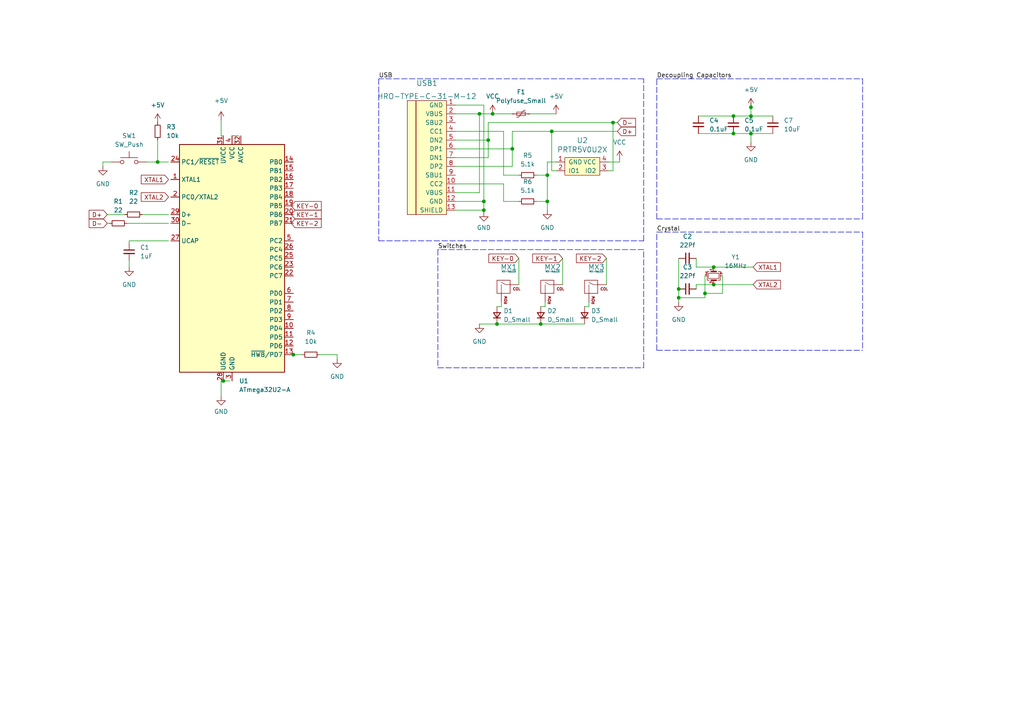
<source format=kicad_sch>
(kicad_sch (version 20211123) (generator eeschema)
  (paper "A4")
  (lib_symbols
    (symbol "Device:C_Small" (pin_numbers hide) (pin_names (offset 0.254) hide)
      (property "Reference" "C" (at 0.254 1.778 0))
      (property "Value" "C_Small" (at 0.254 -2.032 0))
      (symbol "C_Small_0_1"
        (polyline (pts (xy -1.524 -0.508) (xy 1.524 -0.508)) (stroke (width 0.3302)))
        (polyline (pts (xy -1.524 0.508) (xy 1.524 0.508)) (stroke (width 0.3048)))
      )
      (symbol "C_Small_1_1"
        (pin passive line (at 0 2.54 270) (length 2.032) (name "~") (number "1"))
        (pin passive line (at 0 -2.54 90) (length 2.032) (name "~") (number "2"))
      )
    )
    (symbol "Device:Crystal_GND24_Small" (pin_names (offset 1.016) hide)
      (property "Reference" "Y" (at 1.27 4.445 0))
      (property "Value" "Crystal_GND24_Small" (at 1.27 2.54 0))
      (symbol "Crystal_GND24_Small_0_1"
        (rectangle (start -0.762 -1.524) (end 0.762 1.524))
        (polyline (pts (xy -1.27 -0.762) (xy -1.27 0.762)) (stroke (width 0.381)))
        (polyline (pts (xy 1.27 -0.762) (xy 1.27 0.762)) (stroke (width 0.381)))
        (polyline (pts (xy -1.27 -1.27) (xy -1.27 -1.905) (xy 1.27 -1.905) (xy 1.27 -1.27)))
        (polyline (pts (xy -1.27 1.27) (xy -1.27 1.905) (xy 1.27 1.905) (xy 1.27 1.27)))
      )
      (symbol "Crystal_GND24_Small_1_1"
        (pin passive line (at -2.54 0 0) (length 1.27) (name "1") (number "1"))
        (pin passive line (at 0 -2.54 90) (length 0.635) (name "2") (number "2"))
        (pin passive line (at 2.54 0 180) (length 1.27) (name "3") (number "3"))
        (pin passive line (at 0 2.54 270) (length 0.635) (name "4") (number "4"))
      )
    )
    (symbol "Device:D_Small" (pin_numbers hide) (pin_names (offset 0.254) hide)
      (property "Reference" "D" (at -1.27 2.032 0))
      (property "Value" "D_Small" (at -3.81 -2.032 0))
      (symbol "D_Small_0_1"
        (polyline (pts (xy -0.762 -1.016) (xy -0.762 1.016)) (stroke (width 0.254)))
        (polyline (pts (xy -0.762 0) (xy 0.762 0)))
        (polyline (pts (xy 0.762 -1.016) (xy -0.762 0) (xy 0.762 1.016) (xy 0.762 -1.016)) (stroke (width 0.254)))
      )
      (symbol "D_Small_1_1"
        (pin passive line (at -2.54 0 0) (length 1.778) (name "K") (number "1"))
        (pin passive line (at 2.54 0 180) (length 1.778) (name "A") (number "2"))
      )
    )
    (symbol "Device:Polyfuse_Small" (pin_numbers hide) (pin_names (offset 0))
      (property "Reference" "F" (at -1.905 0 90))
      (property "Value" "Polyfuse_Small" (at 1.905 0 90))
      (symbol "Polyfuse_Small_0_1"
        (rectangle (start -0.508 1.27) (end 0.508 -1.27))
        (polyline (pts (xy 0 2.54) (xy 0 -2.54)))
        (polyline (pts (xy -1.016 1.27) (xy -1.016 0.762) (xy 1.016 -0.762) (xy 1.016 -1.27)))
      )
      (symbol "Polyfuse_Small_1_1"
        (pin passive line (at 0 2.54 270) (length 0.635) (name "~") (number "1"))
        (pin passive line (at 0 -2.54 90) (length 0.635) (name "~") (number "2"))
      )
    )
    (symbol "Device:R_Small" (pin_numbers hide) (pin_names (offset 0.254) hide)
      (property "Reference" "R" (at 0.762 0.508 0))
      (property "Value" "R_Small" (at 0.762 -1.016 0))
      (symbol "R_Small_0_1"
        (rectangle (start -0.762 1.778) (end 0.762 -1.778) (stroke (width 0.2032)))
      )
      (symbol "R_Small_1_1"
        (pin passive line (at 0 2.54 270) (length 0.762) (name "~") (number "1"))
        (pin passive line (at 0 -2.54 90) (length 0.762) (name "~") (number "2"))
      )
    )
    (symbol "MCU_Microchip_ATmega:ATmega32U2-A"
      (property "Reference" "U" (at -15.24 34.29 0))
      (property "Value" "ATmega32U2-A" (at 2.54 -34.29 0))
      (symbol "ATmega32U2-A_0_1"
        (rectangle (start -15.24 -33.02) (end 15.24 33.02) (stroke (width 0.254)) (fill (type background)))
      )
      (symbol "ATmega32U2-A_1_1"
        (pin input line (at -17.78 22.86 0) (length 2.54) (name "XTAL1") (number "1"))
        (pin bidirectional line (at 17.78 -20.32 180) (length 2.54) (name "PD4") (number "10"))
        (pin bidirectional line (at 17.78 -22.86 180) (length 2.54) (name "PD5") (number "11"))
        (pin bidirectional line (at 17.78 -25.4 180) (length 2.54) (name "PD6") (number "12"))
        (pin bidirectional line (at 17.78 -27.94 180) (length 2.54) (name "~{HWB}/PD7") (number "13"))
        (pin bidirectional line (at 17.78 27.94 180) (length 2.54) (name "PB0") (number "14"))
        (pin bidirectional line (at 17.78 25.4 180) (length 2.54) (name "PB1") (number "15"))
        (pin bidirectional line (at 17.78 22.86 180) (length 2.54) (name "PB2") (number "16"))
        (pin bidirectional line (at 17.78 20.32 180) (length 2.54) (name "PB3") (number "17"))
        (pin bidirectional line (at 17.78 17.78 180) (length 2.54) (name "PB4") (number "18"))
        (pin bidirectional line (at 17.78 15.24 180) (length 2.54) (name "PB5") (number "19"))
        (pin bidirectional line (at -17.78 17.78 0) (length 2.54) (name "PC0/XTAL2") (number "2"))
        (pin bidirectional line (at 17.78 12.7 180) (length 2.54) (name "PB6") (number "20"))
        (pin bidirectional line (at 17.78 10.16 180) (length 2.54) (name "PB7") (number "21"))
        (pin bidirectional line (at 17.78 -5.08 180) (length 2.54) (name "PC7") (number "22"))
        (pin bidirectional line (at 17.78 -2.54 180) (length 2.54) (name "PC6") (number "23"))
        (pin bidirectional line (at -17.78 27.94 0) (length 2.54) (name "PC1/~{RESET}") (number "24"))
        (pin bidirectional line (at 17.78 0 180) (length 2.54) (name "PC5") (number "25"))
        (pin bidirectional line (at 17.78 2.54 180) (length 2.54) (name "PC4") (number "26"))
        (pin passive line (at -17.78 5.08 0) (length 2.54) (name "UCAP") (number "27"))
        (pin power_in line (at -2.54 -35.56 90) (length 2.54) (name "UGND") (number "28"))
        (pin bidirectional line (at -17.78 12.7 0) (length 2.54) (name "D+") (number "29"))
        (pin power_in line (at 0 -35.56 90) (length 2.54) (name "GND") (number "3"))
        (pin bidirectional line (at -17.78 10.16 0) (length 2.54) (name "D-") (number "30"))
        (pin power_in line (at -2.54 35.56 270) (length 2.54) (name "UVCC") (number "31"))
        (pin power_in line (at 2.54 35.56 270) (length 2.54) (name "AVCC") (number "32"))
        (pin power_in line (at 0 35.56 270) (length 2.54) (name "VCC") (number "4"))
        (pin bidirectional line (at 17.78 5.08 180) (length 2.54) (name "PC2") (number "5"))
        (pin bidirectional line (at 17.78 -10.16 180) (length 2.54) (name "PD0") (number "6"))
        (pin bidirectional line (at 17.78 -12.7 180) (length 2.54) (name "PD1") (number "7"))
        (pin bidirectional line (at 17.78 -15.24 180) (length 2.54) (name "PD2") (number "8"))
        (pin bidirectional line (at 17.78 -17.78 180) (length 2.54) (name "PD3") (number "9"))
      )
    )
    (symbol "MX_Alps_Hybrid:MX-NoLED" (pin_names (offset 1.016))
      (property "Reference" "MX" (at -0.635 3.81 0))
      (property "Value" "MX-NoLED" (at -0.635 1.27 0))
      (symbol "MX-NoLED_0_0"
        (rectangle (start -2.54 2.54) (end 1.27 -1.27))
        (polyline (pts (xy -1.27 -1.27) (xy -1.27 1.27)) (stroke (width 0.127)))
        (polyline (pts (xy 1.27 1.27) (xy 0 1.27) (xy -1.27 1.905)) (stroke (width 0.127)))
        (text "COL" (at 3.175 0 0) (effects (font (size 0.762 0.762))))
        (text "ROW" (at 0 -1.905 900) (effects (font (size 0.762 0.762)) (justify right)))
      )
      (symbol "MX-NoLED_1_1"
        (pin passive line (at 3.81 1.27 180) (length 2.54) (name "COL") (number "1"))
        (pin passive line (at -1.27 -3.81 90) (length 2.54) (name "ROW") (number "2"))
      )
    )
    (symbol "Switch:SW_Push" (pin_numbers hide) (pin_names (offset 1.016) hide)
      (property "Reference" "SW" (at 1.27 2.54 0))
      (property "Value" "SW_Push" (at 0 -1.524 0))
      (symbol "SW_Push_0_1"
        (circle (center -2.032 0) (radius 0.508))
        (polyline (pts (xy 0 1.27) (xy 0 3.048)))
        (polyline (pts (xy 2.54 1.27) (xy -2.54 1.27)))
        (circle (center 2.032 0) (radius 0.508))
        (pin passive line (at -5.08 0 0) (length 2.54) (name "1") (number "1"))
        (pin passive line (at 5.08 0 180) (length 2.54) (name "2") (number "2"))
      )
    )
    (symbol "Type-C:HRO-TYPE-C-31-M-12" (pin_names (offset 1.016))
      (property "Reference" "USB" (at -5.08 16.51 0))
      (property "Value" "HRO-TYPE-C-31-M-12" (at -10.16 -1.27 90))
      (symbol "HRO-TYPE-C-31-M-12_0_1"
        (rectangle (start -11.43 15.24) (end -8.89 -17.78) (fill (type background)))
        (rectangle (start 0 -17.78) (end -8.89 15.24) (fill (type background)))
      )
      (symbol "HRO-TYPE-C-31-M-12_1_1"
        (pin input line (at 2.54 13.97 180) (length 2.54) (name "GND") (number "1"))
        (pin input line (at 2.54 -8.89 180) (length 2.54) (name "CC2") (number "10"))
        (pin input line (at 2.54 -11.43 180) (length 2.54) (name "VBUS") (number "11"))
        (pin input line (at 2.54 -13.97 180) (length 2.54) (name "GND") (number "12"))
        (pin input line (at 2.54 -16.51 180) (length 2.54) (name "SHIELD") (number "13"))
        (pin input line (at 2.54 11.43 180) (length 2.54) (name "VBUS") (number "2"))
        (pin input line (at 2.54 8.89 180) (length 2.54) (name "SBU2") (number "3"))
        (pin input line (at 2.54 6.35 180) (length 2.54) (name "CC1") (number "4"))
        (pin input line (at 2.54 3.81 180) (length 2.54) (name "DN2") (number "5"))
        (pin input line (at 2.54 1.27 180) (length 2.54) (name "DP1") (number "6"))
        (pin input line (at 2.54 -1.27 180) (length 2.54) (name "DN1") (number "7"))
        (pin input line (at 2.54 -3.81 180) (length 2.54) (name "DP2") (number "8"))
        (pin input line (at 2.54 -6.35 180) (length 2.54) (name "SBU1") (number "9"))
      )
    )
    (symbol "power:+5V" (power) (pin_names (offset 0))
      (property "Value" "+5V" (at 0 3.556 0))
      (symbol "+5V_0_1"
        (polyline (pts (xy -0.762 1.27) (xy 0 2.54)))
        (polyline (pts (xy 0 0) (xy 0 2.54)))
        (polyline (pts (xy 0 2.54) (xy 0.762 1.27)))
      )
      (symbol "+5V_1_1"
        (pin power_in line (at 0 0 90) (length 0) hide (name "+5V") (number "1"))
      )
    )
    (symbol "power:GND" (power) (pin_names (offset 0))
      (property "Value" "GND" (at 0 -3.81 0))
      (symbol "GND_0_1"
        (polyline (pts (xy 0 0) (xy 0 -1.27) (xy 1.27 -1.27) (xy 0 -2.54) (xy -1.27 -1.27) (xy 0 -1.27)))
      )
      (symbol "GND_1_1"
        (pin power_in line (at 0 0 270) (length 0) hide (name "GND") (number "1"))
      )
    )
    (symbol "power:VCC" (power) (pin_names (offset 0))
      (property "Value" "VCC" (at 0 3.81 0))
      (symbol "VCC_0_1"
        (polyline (pts (xy -0.762 1.27) (xy 0 2.54)))
        (polyline (pts (xy 0 0) (xy 0 2.54)))
        (polyline (pts (xy 0 2.54) (xy 0.762 1.27)))
      )
      (symbol "VCC_1_1"
        (pin power_in line (at 0 0 90) (length 0) hide (name "VCC") (number "1"))
      )
    )
    (symbol "random-keyboard-parts:PRTR5V0U2X" (pin_names (offset 1.016))
      (property "Reference" "U" (at 0 3.81 0))
      (property "Value" "PRTR5V0U2X" (at 0 -3.81 0))
      (symbol "PRTR5V0U2X_0_1"
        (rectangle (start -5.08 2.54) (end 5.08 -2.54) (fill (type background)))
      )
      (symbol "PRTR5V0U2X_1_1"
        (pin input line (at -7.62 1.27 0) (length 2.54) (name "GND") (number "1"))
        (pin input line (at -7.62 -1.27 0) (length 2.54) (name "IO1") (number "2"))
        (pin input line (at 7.62 -1.27 180) (length 2.54) (name "IO2") (number "3"))
        (pin input line (at 7.62 1.27 180) (length 2.54) (name "VCC") (number "4"))
      )
    )
  )
  (junction (at 140.335 58.42))
  (junction (at 144.145 93.98))
  (junction (at 140.335 60.96))
  (junction (at 207.01 82.55))
  (junction (at 207.01 77.47))
  (junction (at 85.09 102.87))
  (junction (at 212.725 38.735))
  (junction (at 148.59 43.18))
  (junction (at 45.72 46.99))
  (junction (at 212.725 33.655))
  (junction (at 141.605 40.64))
  (junction (at 158.75 58.42))
  (junction (at 204.47 85.09))
  (junction (at 196.85 83.82))
  (junction (at 156.845 93.98))
  (junction (at 158.75 50.8))
  (junction (at 217.805 38.735))
  (junction (at 217.805 31.115))
  (junction (at 177.8 35.56))
  (junction (at 196.85 86.36))
  (junction (at 160.02 38.1))
  (junction (at 139.065 33.02))
  (junction (at 217.805 33.655))
  (junction (at 142.875 33.02))
  (junction (at 64.77 110.49))
  (wire (pts (xy 161.29 49.53) (xy 160.02 49.53)))
  (polyline (pts (xy 250.19 22.86) (xy 250.19 63.5)))
  (wire (pts (xy 145.415 88.9) (xy 144.145 88.9)))
  (wire (pts (xy 158.75 46.99) (xy 158.75 50.8)))
  (wire (pts (xy 148.59 38.1) (xy 160.02 38.1)))
  (wire (pts (xy 140.335 58.42) (xy 140.335 60.96)))
  (wire (pts (xy 132.08 45.72) (xy 141.605 45.72)))
  (wire (pts (xy 202.565 38.735) (xy 212.725 38.735)))
  (wire (pts (xy 156.845 93.98) (xy 169.545 93.98)))
  (polyline (pts (xy 186.69 22.86) (xy 109.855 22.86)))
  (wire (pts (xy 64.77 110.49) (xy 66.675 110.49)))
  (wire (pts (xy 196.85 74.93) (xy 196.85 83.82)))
  (polyline (pts (xy 190.5 63.5) (xy 250.19 63.5)))
  (wire (pts (xy 37.465 75.565) (xy 37.465 77.47)))
  (wire (pts (xy 217.805 29.845) (xy 217.805 31.115)))
  (polyline (pts (xy 190.5 67.31) (xy 250.19 67.31)))
  (wire (pts (xy 202.565 33.655) (xy 212.725 33.655)))
  (wire (pts (xy 150.495 74.93) (xy 150.495 82.55)))
  (wire (pts (xy 31.115 62.23) (xy 36.195 62.23)))
  (polyline (pts (xy 109.855 69.85) (xy 186.69 69.85)))
  (wire (pts (xy 132.08 38.1) (xy 146.05 38.1)))
  (wire (pts (xy 132.08 48.26) (xy 148.59 48.26)))
  (wire (pts (xy 177.8 35.56) (xy 177.8 49.53)))
  (wire (pts (xy 45.72 46.99) (xy 48.895 46.99)))
  (wire (pts (xy 160.02 38.1) (xy 179.07 38.1)))
  (wire (pts (xy 158.115 87.63) (xy 158.115 88.9)))
  (wire (pts (xy 132.08 53.34) (xy 146.05 53.34)))
  (wire (pts (xy 84.455 102.87) (xy 85.09 102.87)))
  (wire (pts (xy 158.115 88.9) (xy 156.845 88.9)))
  (wire (pts (xy 48.895 69.85) (xy 37.465 69.85)))
  (wire (pts (xy 204.47 86.36) (xy 204.47 85.09)))
  (wire (pts (xy 170.815 87.63) (xy 170.815 88.9)))
  (wire (pts (xy 139.065 33.02) (xy 142.875 33.02)))
  (wire (pts (xy 132.08 40.64) (xy 141.605 40.64)))
  (wire (pts (xy 148.59 48.26) (xy 148.59 43.18)))
  (wire (pts (xy 132.08 58.42) (xy 140.335 58.42)))
  (wire (pts (xy 132.08 30.48) (xy 140.335 30.48)))
  (polyline (pts (xy 250.19 67.31) (xy 250.19 101.6)))
  (wire (pts (xy 139.065 55.88) (xy 139.065 33.02)))
  (wire (pts (xy 160.02 38.1) (xy 160.02 49.53)))
  (wire (pts (xy 140.335 60.96) (xy 140.335 61.595)))
  (wire (pts (xy 132.08 33.02) (xy 139.065 33.02)))
  (wire (pts (xy 97.79 102.87) (xy 97.79 104.14)))
  (wire (pts (xy 217.805 38.735) (xy 224.155 38.735)))
  (wire (pts (xy 141.605 45.72) (xy 141.605 40.64)))
  (wire (pts (xy 64.135 34.925) (xy 64.135 39.37)))
  (wire (pts (xy 153.67 33.02) (xy 161.29 33.02)))
  (polyline (pts (xy 109.855 22.86) (xy 109.855 69.85)))
  (polyline (pts (xy 190.5 101.6) (xy 250.19 101.6)))
  (wire (pts (xy 207.01 82.55) (xy 218.44 82.55)))
  (wire (pts (xy 132.08 55.88) (xy 139.065 55.88)))
  (wire (pts (xy 85.09 102.87) (xy 87.63 102.87)))
  (wire (pts (xy 132.08 60.96) (xy 140.335 60.96)))
  (wire (pts (xy 132.08 43.18) (xy 148.59 43.18)))
  (wire (pts (xy 158.75 50.8) (xy 158.75 58.42)))
  (wire (pts (xy 207.01 82.55) (xy 201.93 82.55)))
  (wire (pts (xy 170.815 88.9) (xy 169.545 88.9)))
  (wire (pts (xy 207.01 77.47) (xy 218.44 77.47)))
  (wire (pts (xy 209.55 85.09) (xy 209.55 80.01)))
  (polyline (pts (xy 190.5 101.6) (xy 190.5 67.31)))
  (wire (pts (xy 146.05 50.8) (xy 150.495 50.8)))
  (wire (pts (xy 217.805 33.655) (xy 224.155 33.655)))
  (wire (pts (xy 146.05 58.42) (xy 150.495 58.42)))
  (polyline (pts (xy 190.5 63.5) (xy 190.5 22.86)))
  (polyline (pts (xy 186.69 69.85) (xy 186.69 22.86)))
  (wire (pts (xy 158.75 58.42) (xy 158.75 60.96)))
  (wire (pts (xy 146.05 38.1) (xy 146.05 50.8)))
  (wire (pts (xy 196.85 83.82) (xy 196.85 86.36)))
  (polyline (pts (xy 127 106.68) (xy 186.69 106.68)))
  (wire (pts (xy 204.47 85.09) (xy 204.47 80.01)))
  (wire (pts (xy 217.805 38.735) (xy 217.805 41.275)))
  (wire (pts (xy 141.605 35.56) (xy 177.8 35.56)))
  (wire (pts (xy 142.875 33.02) (xy 148.59 33.02)))
  (wire (pts (xy 177.8 35.56) (xy 179.07 35.56)))
  (wire (pts (xy 67.31 39.37) (xy 69.215 39.37)))
  (wire (pts (xy 139.065 93.98) (xy 144.145 93.98)))
  (wire (pts (xy 201.93 74.93) (xy 201.93 77.47)))
  (polyline (pts (xy 127 72.39) (xy 127 106.68)))
  (wire (pts (xy 155.575 58.42) (xy 158.75 58.42)))
  (wire (pts (xy 92.71 102.87) (xy 97.79 102.87)))
  (wire (pts (xy 175.895 74.93) (xy 175.895 82.55)))
  (wire (pts (xy 155.575 50.8) (xy 158.75 50.8)))
  (wire (pts (xy 196.85 86.36) (xy 196.85 87.63)))
  (wire (pts (xy 212.725 33.655) (xy 217.805 33.655)))
  (wire (pts (xy 176.53 49.53) (xy 177.8 49.53)))
  (wire (pts (xy 144.145 93.98) (xy 156.845 93.98)))
  (wire (pts (xy 196.85 86.36) (xy 204.47 86.36)))
  (wire (pts (xy 29.845 46.99) (xy 29.845 48.26)))
  (wire (pts (xy 207.01 77.47) (xy 201.93 77.47)))
  (polyline (pts (xy 190.5 22.86) (xy 250.19 22.86)))
  (wire (pts (xy 41.275 62.23) (xy 48.895 62.23)))
  (polyline (pts (xy 186.69 106.68) (xy 186.69 72.39)))
  (wire (pts (xy 179.705 46.99) (xy 179.705 46.355)))
  (wire (pts (xy 64.135 110.49) (xy 64.77 110.49)))
  (wire (pts (xy 146.05 53.34) (xy 146.05 58.42)))
  (wire (pts (xy 32.385 46.99) (xy 29.845 46.99)))
  (wire (pts (xy 45.72 40.64) (xy 45.72 46.99)))
  (wire (pts (xy 64.135 114.935) (xy 64.135 110.49)))
  (wire (pts (xy 42.545 46.99) (xy 45.72 46.99)))
  (wire (pts (xy 217.805 31.115) (xy 217.805 33.655)))
  (wire (pts (xy 37.465 69.85) (xy 37.465 70.485)))
  (wire (pts (xy 212.725 38.735) (xy 217.805 38.735)))
  (wire (pts (xy 176.53 46.99) (xy 179.705 46.99)))
  (wire (pts (xy 64.135 39.37) (xy 64.77 39.37)))
  (wire (pts (xy 145.415 87.63) (xy 145.415 88.9)))
  (wire (pts (xy 148.59 43.18) (xy 148.59 38.1)))
  (wire (pts (xy 158.75 46.99) (xy 161.29 46.99)))
  (wire (pts (xy 36.83 64.77) (xy 48.895 64.77)))
  (wire (pts (xy 31.115 64.77) (xy 31.75 64.77)))
  (wire (pts (xy 204.47 85.09) (xy 209.55 85.09)))
  (polyline (pts (xy 186.69 72.39) (xy 127 72.39)))
  (wire (pts (xy 201.93 82.55) (xy 201.93 83.82)))
  (wire (pts (xy 163.195 74.93) (xy 163.195 82.55)))
  (wire (pts (xy 140.335 30.48) (xy 140.335 58.42)))
  (wire (pts (xy 141.605 40.64) (xy 141.605 35.56)))
  (label "Switches" (at 127 72.39 0))
  (label "Crystal" (at 190.5 67.31 0))
  (label "Decoupling Capacitors" (at 190.5 22.86 0))
  (label "USB" (at 109.855 22.86 0))
  (global_label "KEY-0" (shape input) (at 84.455 59.69 0) (property "Intersheet References" "${INTERSHEET_REFS}" (effects hide)))
  (global_label "KEY-2" (shape input) (at 175.895 74.93 180) (property "Intersheet References" "${INTERSHEET_REFS}" (effects hide)))
  (global_label "D-" (shape input) (at 31.115 64.77 180) (property "Intersheet References" "${INTERSHEET_REFS}" (effects hide)))
  (global_label "KEY-2" (shape input) (at 84.455 64.77 0) (property "Intersheet References" "${INTERSHEET_REFS}" (effects hide)))
  (global_label "KEY-0" (shape input) (at 150.495 74.93 180) (property "Intersheet References" "${INTERSHEET_REFS}" (effects hide)))
  (global_label "KEY-1" (shape input) (at 163.195 74.93 180) (property "Intersheet References" "${INTERSHEET_REFS}" (effects hide)))
  (global_label "XTAL1" (shape input) (at 218.44 77.47 0) (property "Intersheet References" "${INTERSHEET_REFS}" (effects hide)))
  (global_label "XTAL2" (shape input) (at 48.895 57.15 180) (property "Intersheet References" "${INTERSHEET_REFS}" (effects hide)))
  (global_label "D-" (shape input) (at 179.07 35.56 0) (property "Intersheet References" "${INTERSHEET_REFS}" (effects hide)))
  (global_label "D+" (shape input) (at 31.115 62.23 180) (property "Intersheet References" "${INTERSHEET_REFS}" (effects hide)))
  (global_label "XTAL2" (shape input) (at 218.44 82.55 0) (property "Intersheet References" "${INTERSHEET_REFS}" (effects hide)))
  (global_label "KEY-1" (shape input) (at 84.455 62.23 0) (property "Intersheet References" "${INTERSHEET_REFS}" (effects hide)))
  (global_label "XTAL1" (shape input) (at 48.895 52.07 180) (property "Intersheet References" "${INTERSHEET_REFS}" (effects hide)))
  (global_label "D+" (shape input) (at 179.07 38.1 0) (property "Intersheet References" "${INTERSHEET_REFS}" (effects hide)))
  (symbol (lib_id "Device:R_Small") (at 38.735 62.23 90) (unit 1)
    (property "Reference" "R2" (at 38.735 55.88 90))
    (property "Value" "22" (at 38.735 58.42 90))
    (property "Footprint" "Resistor_SMD:R_0805_2012Metric_Pad1.20x1.40mm_HandSolder" (effects hide))
  )
  (symbol (lib_id "Device:C_Small") (at 199.39 83.82 90) (unit 1)
    (property "Reference" "C3" (at 199.3963 77.47 90))
    (property "Value" "22Pf" (at 199.3963 80.01 90))
    (property "Footprint" "Capacitor_SMD:C_0805_2012Metric_Pad1.18x1.45mm_HandSolder" (effects hide))
  )
  (symbol (lib_id "power:VCC") (at 142.875 33.02 0) (unit 1)
    (property "Reference" "#PWR0111" (effects hide))
    (property "Value" "VCC" (at 142.875 27.94 0))
  )
  (symbol (lib_id "Device:D_Small") (at 144.145 91.44 90) (unit 1)
    (property "Reference" "D1" (at 146.05 90.1699 90) (effects (justify right)))
    (property "Value" "D_Small" (at 146.05 92.7099 90) (effects (justify right)))
    (property "Footprint" "Diode_SMD:D_SOD-123" (effects hide))
  )
  (symbol (lib_id "Type-C:HRO-TYPE-C-31-M-12") (at 129.54 44.45 0) (unit 1)
    (property "Reference" "USB1" (at 123.825 24.13 0) (effects (font (size 1.524 1.524))))
    (property "Value" "HRO-TYPE-C-31-M-12" (at 123.825 27.94 0) (effects (font (size 1.524 1.524))))
    (property "Footprint" "Connector_USB:USB_C_Receptacle_HRO_TYPE-C-31-M-12" (effects hide))
  )
  (symbol (lib_id "Device:C_Small") (at 202.565 36.195 0) (unit 1)
    (property "Reference" "C4" (at 205.74 34.9312 0) (effects (justify left)))
    (property "Value" "0.1uF" (at 205.74 37.4712 0) (effects (justify left)))
    (property "Footprint" "Capacitor_SMD:C_0805_2012Metric_Pad1.18x1.45mm_HandSolder" (effects hide))
  )
  (symbol (lib_id "Device:R_Small") (at 153.035 58.42 90) (unit 1)
    (property "Reference" "R6" (at 153.035 52.705 90))
    (property "Value" "5.1k" (at 153.035 55.245 90))
    (property "Footprint" "Resistor_SMD:R_0805_2012Metric_Pad1.20x1.40mm_HandSolder" (effects hide))
  )
  (symbol (lib_id "MX_Alps_Hybrid:MX-NoLED") (at 172.085 83.82 0) (unit 1)
    (property "Reference" "MX3" (at 172.9706 77.47 0) (effects (font (size 1.524 1.524))))
    (property "Value" "MX-NoLED" (at 172.9706 78.74 0) (effects (font (size 0.508 0.508))))
    (property "Footprint" "marbastlib-mx:SW_MX_HS_1u" (effects hide))
  )
  (symbol (lib_id "Switch:SW_Push") (at 37.465 46.99 0) (unit 1)
    (property "Reference" "SW1" (at 37.465 39.37 0))
    (property "Value" "SW_Push" (at 37.465 41.91 0))
    (property "Footprint" "random-keyboard-parts:SKQG-1155865" (effects hide))
  )
  (symbol (lib_id "Device:Crystal_GND24_Small") (at 207.01 80.01 270) (unit 1)
    (property "Reference" "Y1" (at 213.36 74.5488 90))
    (property "Value" "16MHz" (at 213.36 77.0888 90))
    (property "Footprint" "Crystal:Crystal_SMD_3225-4Pin_3.2x2.5mm" (effects hide))
  )
  (symbol (lib_id "MX_Alps_Hybrid:MX-NoLED") (at 146.685 83.82 0) (unit 1)
    (property "Reference" "MX1" (at 147.5706 77.47 0) (effects (font (size 1.524 1.524))))
    (property "Value" "MX-NoLED" (at 147.5706 78.74 0) (effects (font (size 0.508 0.508))))
    (property "Footprint" "marbastlib-mx:SW_MX_HS_1u" (effects hide))
  )
  (symbol (lib_id "MCU_Microchip_ATmega:ATmega32U2-A") (at 67.31 74.93 0) (unit 1)
    (property "Reference" "U1" (at 69.3294 110.49 0) (effects (justify left)))
    (property "Value" "ATmega32U2-A" (at 69.3294 113.03 0) (effects (justify left)))
    (property "Footprint" "Package_QFP:TQFP-32_7x7mm_P0.8mm" (effects hide))
    (property "Datasheet" "http://ww1.microchip.com/downloads/en/DeviceDoc/doc7799.pdf" (effects hide))
  )
  (symbol (lib_id "Device:C_Small") (at 37.465 73.025 0) (unit 1)
    (property "Reference" "C1" (at 40.64 71.7612 0) (effects (justify left)))
    (property "Value" "1uF" (at 40.64 74.3012 0) (effects (justify left)))
    (property "Footprint" "Capacitor_SMD:C_0805_2012Metric_Pad1.18x1.45mm_HandSolder" (effects hide))
  )
  (symbol (lib_id "power:GND") (at 196.85 87.63 0) (unit 1)
    (property "Reference" "#PWR0103" (effects hide))
    (property "Value" "GND" (at 196.85 92.71 0))
  )
  (symbol (lib_id "random-keyboard-parts:PRTR5V0U2X") (at 168.91 48.26 0) (unit 1)
    (property "Reference" "U2" (at 168.91 40.7162 0) (effects (font (size 1.524 1.524))))
    (property "Value" "PRTR5V0U2X" (at 168.91 43.4086 0) (effects (font (size 1.524 1.524))))
    (property "Footprint" "random-keyboard-parts:SOT143B" (effects hide))
  )
  (symbol (lib_id "power:GND") (at 158.75 60.96 0) (unit 1)
    (property "Reference" "#PWR0113" (effects hide))
    (property "Value" "GND" (at 158.75 66.04 0))
  )
  (symbol (lib_id "power:GND") (at 37.465 77.47 0) (unit 1)
    (property "Reference" "#PWR0105" (effects hide))
    (property "Value" "GND" (at 37.465 82.55 0))
  )
  (symbol (lib_id "Device:R_Small") (at 153.035 50.8 90) (unit 1)
    (property "Reference" "R5" (at 153.035 45.085 90))
    (property "Value" "5.1k" (at 153.035 47.625 90))
    (property "Footprint" "Resistor_SMD:R_0805_2012Metric_Pad1.20x1.40mm_HandSolder" (effects hide))
  )
  (symbol (lib_id "power:GND") (at 64.135 114.935 0) (unit 1)
    (property "Reference" "#PWR0104" (effects hide))
    (property "Value" "GND" (at 64.135 119.38 0))
  )
  (symbol (lib_id "power:GND") (at 29.845 48.26 0) (unit 1)
    (property "Reference" "#PWR0110" (effects hide))
    (property "Value" "GND" (at 29.845 53.34 0))
  )
  (symbol (lib_id "Device:R_Small") (at 34.29 64.77 90) (unit 1)
    (property "Reference" "R1" (at 34.29 58.42 90))
    (property "Value" "22" (at 34.29 60.96 90))
    (property "Footprint" "Resistor_SMD:R_0805_2012Metric_Pad1.20x1.40mm_HandSolder" (effects hide))
  )
  (symbol (lib_id "Device:C_Small") (at 224.155 36.195 0) (unit 1)
    (property "Reference" "C7" (at 227.33 34.9312 0) (effects (justify left)))
    (property "Value" "10uF" (at 227.33 37.4712 0) (effects (justify left)))
    (property "Footprint" "Capacitor_SMD:C_0805_2012Metric_Pad1.18x1.45mm_HandSolder" (effects hide))
  )
  (symbol (lib_id "Device:R_Small") (at 45.72 38.1 0) (unit 1)
    (property "Reference" "R3" (at 48.26 36.8299 0) (effects (justify left)))
    (property "Value" "10k" (at 48.26 39.3699 0) (effects (justify left)))
    (property "Footprint" "Resistor_SMD:R_0805_2012Metric_Pad1.20x1.40mm_HandSolder" (effects hide))
  )
  (symbol (lib_id "Device:D_Small") (at 169.545 91.44 90) (unit 1)
    (property "Reference" "D3" (at 171.45 90.1699 90) (effects (justify right)))
    (property "Value" "D_Small" (at 171.45 92.7099 90) (effects (justify right)))
    (property "Footprint" "Diode_SMD:D_SOD-123" (effects hide))
  )
  (symbol (lib_id "power:GND") (at 97.79 104.14 0) (unit 1)
    (property "Reference" "#PWR0102" (effects hide))
    (property "Value" "GND" (at 97.79 109.22 0))
  )
  (symbol (lib_id "power:GND") (at 140.335 61.595 0) (unit 1)
    (property "Reference" "#PWR0112" (effects hide))
    (property "Value" "GND" (at 140.335 66.04 0))
  )
  (symbol (lib_id "power:+5V") (at 217.805 31.115 0) (unit 1)
    (property "Reference" "#PWR0106" (effects hide))
    (property "Value" "+5V" (at 217.805 26.035 0))
  )
  (symbol (lib_id "power:+5V") (at 161.29 33.02 0) (unit 1)
    (property "Reference" "#PWR0114" (effects hide))
    (property "Value" "+5V" (at 161.29 27.94 0))
  )
  (symbol (lib_id "power:+5V") (at 64.135 34.925 0) (unit 1)
    (property "Reference" "#PWR0107" (effects hide))
    (property "Value" "+5V" (at 64.135 29.21 0))
  )
  (symbol (lib_id "Device:Polyfuse_Small") (at 151.13 33.02 90) (unit 1)
    (property "Reference" "F1" (at 151.13 26.67 90))
    (property "Value" "Polyfuse_Small" (at 151.13 29.21 90))
    (property "Footprint" "Fuse:Fuse_1206_3216Metric_Pad1.42x1.75mm_HandSolder" (effects hide))
  )
  (symbol (lib_id "Device:C_Small") (at 212.725 36.195 0) (unit 1)
    (property "Reference" "C5" (at 215.9 34.9312 0) (effects (justify left)))
    (property "Value" "0.1uF" (at 215.9 37.4712 0) (effects (justify left)))
    (property "Footprint" "Capacitor_SMD:C_0805_2012Metric_Pad1.18x1.45mm_HandSolder" (effects hide))
  )
  (symbol (lib_id "Device:D_Small") (at 156.845 91.44 90) (unit 1)
    (property "Reference" "D2" (at 158.75 90.1699 90) (effects (justify right)))
    (property "Value" "D_Small" (at 158.75 92.7099 90) (effects (justify right)))
    (property "Footprint" "Diode_SMD:D_SOD-123" (effects hide))
  )
  (symbol (lib_id "power:GND") (at 217.805 41.275 0) (unit 1)
    (property "Reference" "#PWR0109" (effects hide))
    (property "Value" "GND" (at 217.805 46.355 0))
  )
  (symbol (lib_id "Device:R_Small") (at 90.17 102.87 90) (unit 1)
    (property "Reference" "R4" (at 90.17 96.52 90))
    (property "Value" "10k" (at 90.17 99.06 90))
    (property "Footprint" "Resistor_SMD:R_0805_2012Metric_Pad1.20x1.40mm_HandSolder" (effects hide))
  )
  (symbol (lib_id "power:GND") (at 139.065 93.98 0) (unit 1)
    (property "Reference" "#PWR0101" (effects hide))
    (property "Value" "GND" (at 139.065 99.06 0))
  )
  (symbol (lib_id "power:+5V") (at 45.72 35.56 0) (unit 1)
    (property "Reference" "#PWR0108" (effects hide))
    (property "Value" "+5V" (at 45.72 30.48 0))
  )
  (symbol (lib_id "Device:C_Small") (at 199.39 74.93 90) (unit 1)
    (property "Reference" "C2" (at 199.3963 68.58 90))
    (property "Value" "22Pf" (at 199.3963 71.12 90))
    (property "Footprint" "Capacitor_SMD:C_0805_2012Metric_Pad1.18x1.45mm_HandSolder" (effects hide))
  )
  (symbol (lib_id "power:VCC") (at 179.705 46.355 0) (unit 1)
    (property "Reference" "#PWR0115" (effects hide))
    (property "Value" "VCC" (at 179.705 41.275 0))
  )
  (symbol (lib_id "MX_Alps_Hybrid:MX-NoLED") (at 159.385 83.82 0) (unit 1)
    (property "Reference" "MX2" (at 160.2706 77.47 0) (effects (font (size 1.524 1.524))))
    (property "Value" "MX-NoLED" (at 160.2706 78.74 0) (effects (font (size 0.508 0.508))))
    (property "Footprint" "marbastlib-mx:SW_MX_HS_1u" (effects hide))
  )
)
</source>
